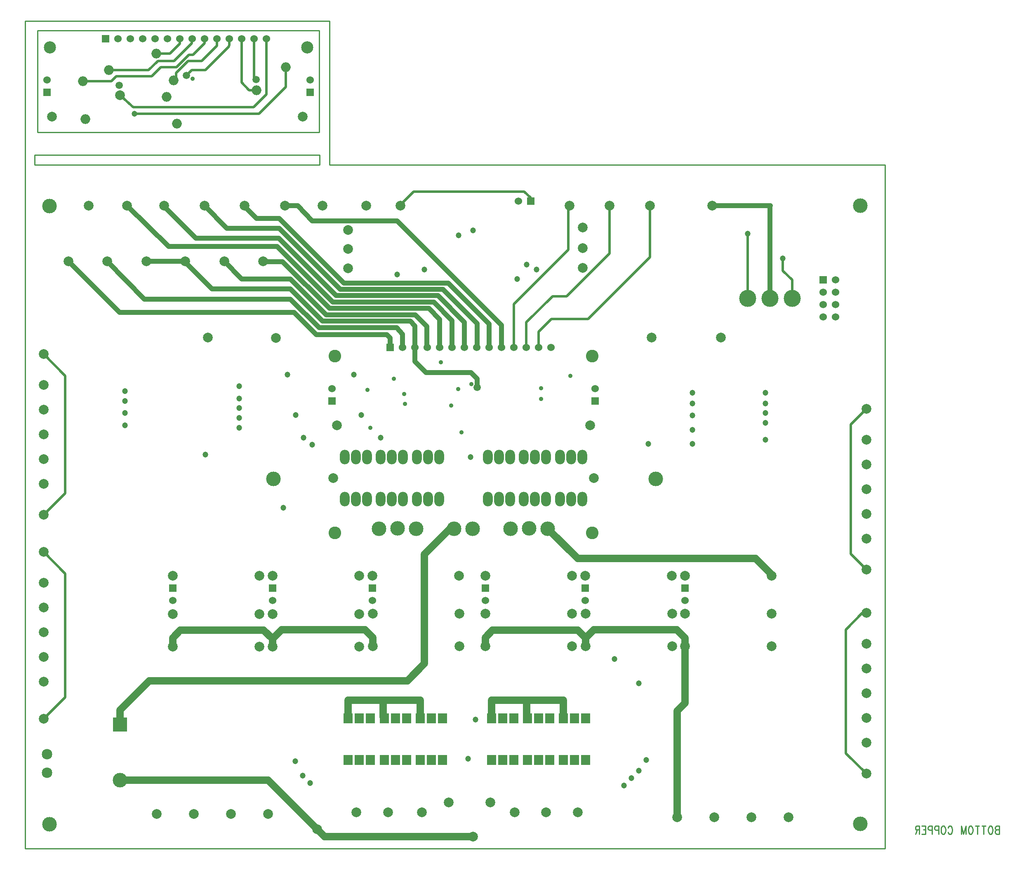
<source format=gbr>
*
*
G04 PADS9.1 Build Number: 392894 generated Gerber (RS-274-X) file*
G04 PC Version=2.1*
*
%IN "2FOC_AdC.pcb"*%
*
%MOMM*%
*
%FSLAX35Y35*%
*
*
*
*
G04 PC Standard Apertures*
*
*
G04 Thermal Relief Aperture macro.*
%AMTER*
1,1,$1,0,0*
1,0,$1-$2,0,0*
21,0,$3,$4,0,0,45*
21,0,$3,$4,0,0,135*
%
*
*
G04 Annular Aperture macro.*
%AMANN*
1,1,$1,0,0*
1,0,$2,0,0*
%
*
*
G04 Odd Aperture macro.*
%AMODD*
1,1,$1,0,0*
1,0,$1-0.005,0,0*
%
*
*
G04 PC Custom Aperture Macros*
*
*
*
*
*
*
G04 PC Aperture Table*
*
%ADD023C,2.159*%
%ADD026C,2.6*%
%ADD030C,3.5*%
%ADD039R,1.905X2.1336*%
%ADD063C,0.5*%
%ADD079C,0.0254*%
%ADD134C,0.254*%
%ADD137C,1.5*%
%ADD138C,1*%
%ADD144C,2*%
%ADD165O,2X3*%
%ADD166O,2X2*%
%ADD168R,3X3*%
%ADD169C,3*%
%ADD170R,1.524X1.524*%
%ADD171C,1.524*%
%ADD173C,1.2*%
%ADD188C,0.9*%
%ADD189C,2.5*%
%ADD194O,3X3*%
*
*
*
*
G04 PC Circuitry*
G04 Layer Name 2FOC_AdC.pcb - circuitry*
%LPD*%
*
*
G04 PC Custom Flashes*
G04 Layer Name 2FOC_AdC.pcb - flashes*
%LPD*%
*
*
G04 PC Circuitry*
G04 Layer Name 2FOC_AdC.pcb - circuitry*
%LPD*%
*
G54D23*
G01X950000Y2440500D03*
Y2059500D03*
G54D26*
X6859400Y6986300D03*
X12142600D03*
X6859400Y10618500D03*
X12142600D03*
G54D30*
X16248000Y11803000D03*
X15790800D03*
X15333600D03*
G54D39*
X7135400Y2320000D03*
X7364000D03*
X7592600D03*
X10532600Y3180000D03*
X10304000D03*
X10075400D03*
X11272600D03*
X11044000D03*
X10815400D03*
X12012600D03*
X11784000D03*
X11555400D03*
X7875400Y2320000D03*
X8104000D03*
X8332600D03*
X8615400D03*
X8844000D03*
X9072600D03*
X7592600Y3180000D03*
X7364000D03*
X7135400D03*
X8332600D03*
X8104000D03*
X7875400D03*
X9072600D03*
X8844000D03*
X8615400D03*
X10075400Y2320000D03*
X10304000D03*
X10532600D03*
X10815400D03*
X11044000D03*
X11272600D03*
X11555400D03*
X11784000D03*
X12012600D03*
G54D63*
X881000Y3167000D02*
X1325500Y3611500D01*
X17350000Y5000000D02*
Y2461000D01*
X17772000Y2039000*
X17350000Y5000000D02*
X17691000Y5341000D01*
X17772000*
X881000Y6596000D02*
X1325500Y6151500D01*
Y3611500*
X881000Y7358000D02*
X1325500Y7802500D01*
X17450000Y9210000D02*
Y6552000D01*
X17772000Y6230000*
X17450000Y9210000D02*
X17772000Y9532000D01*
X881000Y10660000D02*
X1325500Y10215500D01*
Y7802500*
X10794000Y10800000D02*
Y11314000D01*
X11330000Y11850000*
X11620000*
X12500000Y12730000*
Y13708000*
X12501500*
X10540000Y10800000D02*
Y11690000D01*
X11650000Y12800000*
Y13708000*
X11676000*
X11048000Y10800000D02*
Y11118000D01*
X11310000Y11380000*
X12057000*
X13327000Y12650000*
Y13708000*
X15333600Y11803000D02*
Y13136600D01*
X15334000Y13137000*
X16058000Y12629000D02*
Y12374000D01*
X16248000Y12184000*
Y11803000*
X5000000Y13700000D02*
X5008500D01*
Y13708000*
X8208500D02*
Y13728500D01*
X8480000Y14000000*
X10750000*
X10880000Y13870000*
Y13800000*
X2750000Y15600000D02*
X5300000D01*
X5850000Y16150000*
Y16554400*
X2452000Y15982000D02*
X2718500Y15732000D01*
X5195000*
X5456000Y15993000*
Y17142000*
X1685000Y16264400D02*
X2274000D01*
X2376600Y16367000*
X3099500*
X3290000Y16557500*
X3607500*
X3861500Y16811500*
X3950000*
X4186000Y17047500*
Y17142000*
X2225000Y16494400D02*
X3036000D01*
X3226500Y16684500*
X3562605*
X3925000Y17046895*
Y17135000*
X3932000Y17142000*
X3195000Y16834400D02*
X3478000D01*
X3678000Y17034400*
Y17142000*
X3550000Y16284400D02*
X3600000Y16334400D01*
Y16434500*
X3850000Y16684500*
X4127679*
X4440000Y16996821*
Y17142000*
X3815000Y16387000D02*
X3925000Y16494000D01*
X4200000*
X4687000Y16981000*
Y16995000*
X4694000Y17002000*
Y17142000*
X5202000D02*
Y16347400D01*
X5245000Y16304400*
X4948000Y17142000D02*
Y16240000D01*
X5104600Y16083400*
X5250000*
G54D79*
G54D134*
X20500000Y966688D02*
Y800000D01*
Y966688D02*
X20448045D01*
X20448045D02*
X20430727Y958750D01*
X20424955Y950813*
X20424955D02*
X20419182Y934938D01*
X20419182D02*
Y919063D01*
X20419182D02*
X20424955Y903188D01*
X20424955D02*
X20430727Y895250D01*
X20448045Y887313*
X20500000D02*
X20448045D01*
X20448045D02*
X20430727Y879375D01*
X20424955Y871438*
X20424955D02*
X20419182Y855563D01*
X20419182D02*
Y831750D01*
X20424955Y815875*
X20424955D02*
X20430727Y807938D01*
X20430727D02*
X20448045Y800000D01*
X20448045D02*
X20500000D01*
X20332591Y966688D02*
X20344136Y958750D01*
X20355682Y942875*
X20361455Y927000*
X20361455D02*
X20367227Y903188D01*
X20367227D02*
Y863500D01*
X20361455Y839688*
X20361455D02*
X20355682Y823813D01*
X20355682D02*
X20344136Y807938D01*
X20344136D02*
X20332591Y800000D01*
X20309500*
X20297955Y807938*
X20297955D02*
X20286409Y823813D01*
X20286409D02*
X20280636Y839688D01*
X20280636D02*
X20274864Y863500D01*
Y903188*
X20274864D02*
X20280636Y927000D01*
X20286409Y942875*
X20297955Y958750*
X20297955D02*
X20309500Y966688D01*
X20309500D02*
X20332591D01*
X20182500D02*
Y800000D01*
X20222909Y966688D02*
X20142091D01*
X20049727D02*
Y800000D01*
X20090136Y966688D02*
X20009318D01*
X19922727D02*
X19934273Y958750D01*
X19945818Y942875*
X19951591Y927000*
X19957364Y903188*
X19957364D02*
Y863500D01*
X19951591Y839688*
X19951591D02*
X19945818Y823813D01*
X19945818D02*
X19934273Y807938D01*
X19934273D02*
X19922727Y800000D01*
X19899636*
X19888091Y807938*
X19888091D02*
X19876545Y823813D01*
X19876545D02*
X19870773Y839688D01*
X19870773D02*
X19865000Y863500D01*
Y903188*
X19865000D02*
X19870773Y927000D01*
X19876545Y942875*
X19876545D02*
X19888091Y958750D01*
X19899636Y966688*
X19899636D02*
X19922727D01*
X19813045D02*
Y800000D01*
Y966688D02*
X19766864Y800000D01*
X19720682Y966688D02*
X19766864Y800000D01*
X19720682Y966688D02*
Y800000D01*
X19449364Y927000D02*
X19455136Y942875D01*
X19466682Y958750*
X19478227Y966688*
X19478227D02*
X19501318D01*
X19501318D02*
X19512864Y958750D01*
X19524409Y942875*
X19530182Y927000*
X19535955Y903188*
X19535955D02*
Y863500D01*
X19535955D02*
X19530182Y839688D01*
X19530182D02*
X19524409Y823813D01*
X19524409D02*
X19512864Y807938D01*
X19512864D02*
X19501318Y800000D01*
X19478227*
X19466682Y807938*
X19466682D02*
X19455136Y823813D01*
X19455136D02*
X19449364Y839688D01*
X19362773Y966688D02*
X19374318Y958750D01*
X19385864Y942875*
X19391636Y927000*
X19397409Y903188*
X19397409D02*
Y863500D01*
X19391636Y839688*
X19391636D02*
X19385864Y823813D01*
X19385864D02*
X19374318Y807938D01*
X19374318D02*
X19362773Y800000D01*
X19339682*
X19328136Y807938*
X19328136D02*
X19316591Y823813D01*
X19316591D02*
X19310818Y839688D01*
X19310818D02*
X19305045Y863500D01*
X19305045D02*
Y903188D01*
X19305045D02*
X19310818Y927000D01*
X19316591Y942875*
X19328136Y958750*
X19339682Y966688*
X19339682D02*
X19362773D01*
X19253091D02*
Y800000D01*
Y966688D02*
X19201136D01*
X19201136D02*
X19183818Y958750D01*
X19178045Y950813*
X19178045D02*
X19172273Y934938D01*
X19172273D02*
Y911125D01*
X19178045Y895250*
X19178045D02*
X19183818Y887313D01*
X19183818D02*
X19201136Y879375D01*
X19253091*
X19120318Y966688D02*
Y800000D01*
Y966688D02*
X19068364D01*
X19068364D02*
X19051045Y958750D01*
X19051045D02*
X19045273Y950813D01*
X19045273D02*
X19039500Y934938D01*
X19039500D02*
Y911125D01*
X19045273Y895250*
X19051045Y887313*
X19051045D02*
X19068364Y879375D01*
X19120318*
X18987545Y966688D02*
Y800000D01*
Y966688D02*
X18912500D01*
X18987545Y887313D02*
X18941364D01*
X18987545Y800000D02*
X18912500D01*
X18860545Y966688D02*
Y800000D01*
Y966688D02*
X18808591D01*
X18808591D02*
X18791273Y958750D01*
X18785500Y950813*
X18785500D02*
X18779727Y934938D01*
X18779727D02*
Y919063D01*
X18779727D02*
X18785500Y903188D01*
X18785500D02*
X18791273Y895250D01*
X18808591Y887313*
X18808591D02*
X18860545D01*
X18820136D02*
X18779727Y800000D01*
X500000Y500000D02*
X18153000D01*
Y14550000*
X6750000*
Y17500000*
X500000*
Y500000*
X760000Y17312300D02*
X6539000D01*
Y15216800*
X760000*
Y17312300*
X6550000Y14550000D02*
X700000D01*
Y14750000*
X6550000*
Y14550000*
G54D137*
X3815000Y16387000D03*
X5245000Y16304400D03*
X2435000Y16184400D03*
X9786405Y9977549D03*
X6500000Y900000D02*
X6650000Y750000D01*
X9700000*
X2450000Y1907000D02*
X2599979Y1906167D01*
X5493744*
X5509910Y1890000*
X5509910D02*
X5510000D01*
X6500000Y900000*
X13892000Y1148000D02*
Y3332000D01*
X14050000Y3490000*
Y4660000*
X11044000Y2320000D02*
X11050000Y2326000D01*
X2450000Y3060000D02*
Y3350000D01*
X3050000Y3950000*
X8350000*
X8700000Y4300000*
Y6550000*
X9222400Y7072400*
X9310500*
X2450000Y3060000D02*
Y3050000D01*
X2500000Y3060000*
X7850000Y3550000D02*
X8615400D01*
Y3180000*
X7850000Y3550000D02*
Y3205400D01*
X7875400Y3180000*
X7135400D02*
Y3550000D01*
X7850000*
X10800000D02*
X11555400D01*
Y3180000*
X10800000Y3550000D02*
Y3195400D01*
X10815400Y3180000*
X10075400D02*
Y3550000D01*
X10800000*
X3530000Y4650000D02*
Y4830000D01*
X3690000Y4990000*
X5400000*
X5580000Y4810000*
X5770000Y5000000*
X7480000*
X7640000Y4840000*
Y4660000*
X5580000Y4810000D02*
Y4650000D01*
X9950000Y4660000D02*
Y4840000D01*
X10100000Y4990000*
X11850000*
X12010000Y4830000*
X12180000Y5000000*
X13880000*
X14050000Y4830000*
Y4660000*
X12010000Y4830000D02*
Y4660000D01*
X11232000Y7072400D02*
X11844400Y6460000D01*
X15500000*
X15828000Y6132000*
Y6110000*
G54D138*
X8508000Y10800000D02*
Y10505255D01*
X8732365Y10280890*
X9658895*
X9786405Y10153380*
Y9977549*
X9778000Y10800000D02*
X9780000D01*
X15790800Y11803000D02*
Y13695300D01*
X15803500Y13708000*
X1389500Y12565000D02*
X2444500Y11520000D01*
X6020000*
X6480000Y11060000*
X7930000*
X8000000Y10990000*
Y10800000*
X2189500Y12565000D02*
X2950000Y11790000D01*
X5950000*
X6540000Y11200000*
X8130000*
X8190000Y11140000*
X8254000Y11070000*
Y10800000*
X3789500Y12565000D02*
Y12550000D01*
X4339500Y12000000*
X5950000*
X6610000Y11340000*
X8410000*
X8508000Y11240000*
Y10800000*
X2989500Y12565000D02*
X3789500D01*
X4589500D02*
X4950000Y12200000D01*
X5950000*
X6680000Y11470000*
X8510000*
X8750000Y11230000*
Y10800000*
X8762000*
X5389500Y12565000D02*
X5550000Y12560000D01*
X5790000*
X6750000Y11600000*
X8790000*
X9016000Y11374000*
Y10800000*
X2595500Y13708000D02*
X3453500Y12870000D01*
X5680000*
X6820000Y11730000*
X8890000*
X9270000Y11350000*
Y10800000*
X3357500Y13708000D02*
Y13692500D01*
X4006501Y13043499*
X5706501*
X6890000Y11860000*
X8980000*
X9524000Y11316000*
Y10800000*
X4183000Y13708000D02*
X4641000Y13240000D01*
X5720000*
X6970000Y11990000*
X9080000*
X9780000Y11290000*
Y10800000*
X5000000Y13700000D02*
X5250000Y13450000D01*
X5720000*
X7050000Y12120000*
X9190000*
X10032000Y11278000*
Y10800000*
X5834000Y13708000D02*
X6102000D01*
X6396000Y13400000*
X8140000*
X10286000Y11254000*
Y10800000*
X14608500Y13708000D02*
X15803500D01*
G54D144*
X4589500Y12565000D03*
X1389500D03*
X2989500D03*
X2189500D03*
X3789500D03*
X8208500Y13708000D03*
X7508500D03*
X9700000Y750000D03*
X1808500Y13708000D03*
X6608500D03*
X14608500D03*
X6500000Y900000D03*
X9200000Y1450000D03*
X10050000D03*
X13892000Y1148000D03*
X14654000D03*
X15416000D03*
X16178000D03*
X3202000Y1216000D03*
X3964000D03*
X4726000D03*
X5488000D03*
X17772000Y6865000D03*
Y7373000D03*
Y6230000D03*
Y9532000D03*
Y7881000D03*
Y8389000D03*
Y8897000D03*
Y2674000D03*
Y2039000D03*
Y5341000D03*
Y3690000D03*
Y4706000D03*
Y4198000D03*
Y3182000D03*
X881000Y5961000D03*
Y6596000D03*
Y3167000D03*
Y4945000D03*
Y3929000D03*
Y4437000D03*
Y5453000D03*
Y10025000D03*
Y9517000D03*
Y10660000D03*
Y7358000D03*
Y9009000D03*
Y8501000D03*
Y7993000D03*
X2595500Y13708000D03*
X7300000Y1250000D03*
X10550000D03*
X7950000D03*
X11200000D03*
X8650000D03*
X11850000D03*
X12100000Y9200000D03*
X6900000D03*
X5389500Y12565000D03*
X3357500Y13708000D03*
X4183000D03*
X5834000D03*
X5008500D03*
X11676000D03*
X13327000D03*
X12501500D03*
X2452000Y15982000D03*
X6204000Y15542000D03*
X1054000D03*
X6826269Y8115105D03*
X12176269D03*
X11950000Y13260000D03*
X7130000Y13210000D03*
Y12420000D03*
Y12820000D03*
X11950000Y12430000D03*
Y12840000D03*
X14790000Y11000000D03*
X13360000D03*
X5650000Y10990000D03*
X4250000Y11000000D03*
X12010000Y4660000D03*
X13788000D03*
X9950000Y5330000D03*
X11728000D03*
X9950000Y4660000D03*
X11728000D03*
X3530000Y5320000D03*
X5308000D03*
X3530000Y4650000D03*
X5308000D03*
X5580000Y5320000D03*
X7358000D03*
X5580000Y4650000D03*
X7358000D03*
X7640000Y5330000D03*
X9418000D03*
X7640000Y4660000D03*
X9418000D03*
X14050000Y6110000D03*
X15828000D03*
X12000000D03*
X13778000D03*
X9950000D03*
X11728000D03*
X3530000D03*
X5308000D03*
X5580000D03*
X7358000D03*
X7630000D03*
X9408000D03*
X14050000Y5330000D03*
X15828000D03*
X14050000Y4660000D03*
X15828000D03*
X12010000Y5330000D03*
X13788000D03*
G54D165*
X7291000Y7685000D03*
Y8545000D03*
X7519600D03*
X7062400D03*
X8031000D03*
X8259600D03*
X7802400D03*
X8771000D03*
X8999600D03*
X8542400D03*
X10231000Y7685000D03*
X7062400D03*
X10002400D03*
X10459600D03*
X10971000D03*
X10742400D03*
X11199600D03*
X11711000D03*
X11482400D03*
X11939600D03*
X10231000Y8545000D03*
X10459600D03*
X7519600Y7685000D03*
X10002400Y8545000D03*
X10971000D03*
X11199600D03*
X10742400D03*
X11711000D03*
X11939600D03*
X11482400D03*
X8031000Y7685000D03*
X7802400D03*
X8260500D03*
X8771000D03*
X8542400D03*
X8999600D03*
G54D166*
X5250000Y16083400D03*
X3407000Y15944400D03*
X5850000Y16554400D03*
X3615000Y15394400D03*
X2225000Y16494400D03*
X1685000Y16264400D03*
X3550000Y16284400D03*
X1740000Y15492000D03*
X3195000Y16834400D03*
G54D168*
X2450000Y3050000D03*
G54D169*
Y1907000D03*
X1000000Y13700000D03*
X17645000Y13708000D03*
Y1008000D03*
X1000000Y1000000D03*
X5600000Y8100000D03*
X13450000D03*
G54D170*
X10880000Y13800000D03*
X9950000Y5850000D03*
X12000000D03*
X14050000D03*
X3530000D03*
X16883000Y12184000D03*
X8000000Y10800000D03*
X5580000Y5850000D03*
X7630000D03*
X6354000Y16042000D03*
X954000D03*
X2154000Y17142000D03*
X6800000Y9700000D03*
X12200000D03*
G54D171*
X10626000Y13800000D03*
X9950000Y5596000D03*
X12000000D03*
X14050000D03*
X3530000D03*
X16883000Y11930000D03*
Y11676000D03*
Y11422000D03*
X17137000Y12184000D03*
Y11930000D03*
Y11676000D03*
Y11422000D03*
X8254000Y10800000D03*
X8508000D03*
X8762000D03*
X9016000D03*
X9270000D03*
X9524000D03*
X9778000D03*
X10032000D03*
X10286000D03*
X10540000D03*
X10794000D03*
X11048000D03*
X11302000D03*
X5580000Y5596000D03*
X7630000D03*
X6354000Y16296000D03*
X954000D03*
X2408000Y17142000D03*
X2662000D03*
X2916000D03*
X3170000D03*
X3424000D03*
X3678000D03*
X3932000D03*
X4186000D03*
X4440000D03*
X4694000D03*
X4948000D03*
X5202000D03*
X5456000D03*
X6800000Y9954000D03*
X12200000D03*
G54D173*
X6350000Y1850000D03*
X12800000Y1800000D03*
X6050000Y2300000D03*
X6200000Y2000000D03*
X9600000Y2350000D03*
X13100000Y2100000D03*
X13250000Y2320000D03*
X12950000Y1950000D03*
X9750000Y3150000D03*
X13100000Y3900000D03*
X12600000Y4400000D03*
X5800000Y7500000D03*
X4200000Y8600000D03*
X6395674Y8796812D03*
X6218170Y8940410D03*
X7802000D03*
X9650000Y8545000D03*
X13300000Y8820000D03*
X14200000Y8818000D03*
X15700000Y8900000D03*
X2550000Y9200000D03*
Y9450000D03*
Y9700000D03*
Y9900000D03*
X4900000Y10000000D03*
Y9150000D03*
Y9350000D03*
Y9550000D03*
Y9750000D03*
X6056622Y9411094D03*
X7400000D03*
X14200000Y9868000D03*
Y9650000D03*
Y9400000D03*
Y9100000D03*
X15700000Y9868000D03*
Y9650000D03*
Y9450000D03*
Y9250000D03*
X5890000Y10240000D03*
X7250000D03*
X8140000Y12300000D03*
X8700000Y12400000D03*
X9400000Y13100000D03*
X10800000Y12500000D03*
X10600000Y12200000D03*
X11000000Y12400000D03*
X16058000Y12629000D03*
X9700000Y13200000D03*
X15334000Y13137000D03*
X2750000Y15600000D03*
G54D188*
X9661000Y10045000D03*
X11096000Y9741400D03*
X11091000Y9962400D03*
X9253000Y9602400D03*
X11696000Y10212400D03*
X9461000Y9052400D03*
X8071000Y10152400D03*
X7531000Y9922400D03*
X9396000Y9942400D03*
X7586000Y9150000D03*
X8298000Y9640000D03*
X9041000Y10492400D03*
X8281000Y9842400D03*
X3940328Y16319670D03*
G54D189*
X1013400Y16960500D03*
X6296600D03*
G54D194*
X9310500Y7072400D03*
X9691500D03*
X7770000D03*
X8151000Y7080000D03*
X8532000Y7072400D03*
X10470000D03*
X10851000Y7080000D03*
X11232000Y7072400D03*
X0Y0D02*
M02*

</source>
